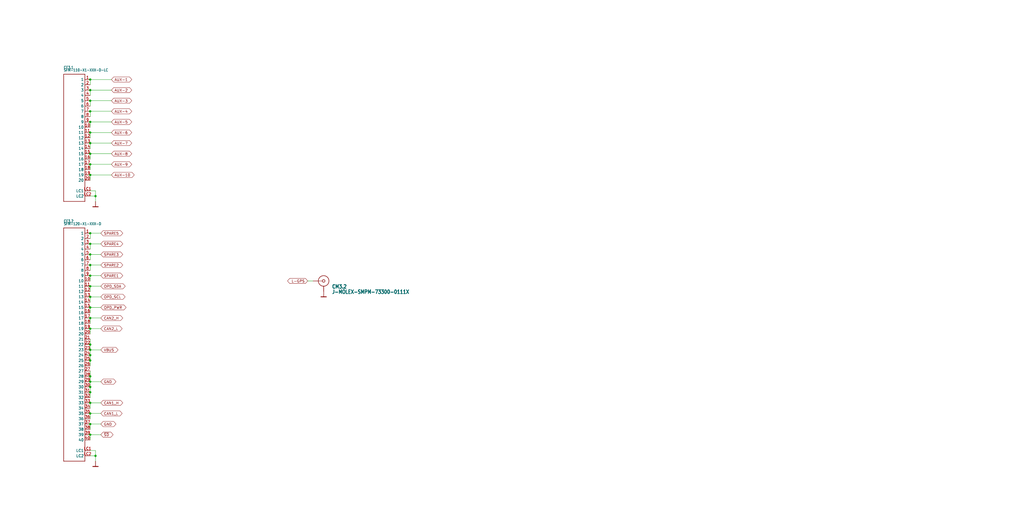
<source format=kicad_sch>
(kicad_sch (version 20211123) (generator eeschema)
  (paper "User" 490.22 254.406)
  (lib_symbols
    (symbol "oresat-backplane-2u-hasp-eagle-import:GND" (power)
      (symbol "GND_1_0"
        (polyline (pts (xy -1.27 -2.54) (xy 1.27 -2.54)) (stroke (width 0.4064)))
        (pin power_in line (at 0 0 270) (length 2.54) (name "GND") (number "1"))
      )
    )
    (symbol "oresat-backplane-2u-hasp-eagle-import:J-MOLEX-SMPM-73300-0111X"
      (property "Reference" "CM" (at 3.81 -3.81 0))
      (property "Value" "J-MOLEX-SMPM-73300-0111X" (at 3.81 -6.35 0))
      (symbol "J-MOLEX-SMPM-73300-0111X_1_0"
        (polyline (pts (xy -2.54 0) (xy -0.635 0)) (stroke (width 0.1524)))
        (circle (center 0 0) (radius 0.635) (stroke (width 0.254)))
        (circle (center 0 0) (radius 2.54) (stroke (width 0.254)))
        (pin passive line (at 0 -5.08 90) (length 2.54) (name "SHIELD1") (number "P$1"))
        (pin passive line (at 0 -5.08 90) (length 2.54) (name "SHIELD1") (number "P$2"))
        (pin passive line (at 0 -5.08 90) (length 2.54) (name "SHIELD1") (number "P$3"))
        (pin passive line (at 0 -5.08 90) (length 2.54) (name "SHIELD1") (number "P$4"))
        (pin passive line (at -5.08 0 0) (length 2.54) (name "RF") (number "RF-DOWN"))
      )
    )
    (symbol "oresat-backplane-2u-hasp-eagle-import:SFM-110-X1-XXX-D-LC"
      (property "Reference" "CF" (at -2.54 33.02 0))
      (property "Value" "SFM-110-X1-XXX-D-LC" (at -2.54 31.75 0))
      (symbol "SFM-110-X1-XXX-D-LC_1_0"
        (polyline (pts (xy -2.54 -30.48) (xy -2.54 30.48)) (stroke (width 0.254)))
        (polyline (pts (xy -2.54 30.48) (xy 7.62 30.48)) (stroke (width 0.254)))
        (polyline (pts (xy 7.62 -30.48) (xy -2.54 -30.48)) (stroke (width 0.254)))
        (polyline (pts (xy 7.62 30.48) (xy 7.62 -30.48)) (stroke (width 0.254)))
        (pin passive line (at 10.16 27.94 180) (length 2.54) (name "1") (number "1"))
        (pin passive line (at 10.16 5.08 180) (length 2.54) (name "10") (number "10"))
        (pin passive line (at 10.16 2.54 180) (length 2.54) (name "11") (number "11"))
        (pin passive line (at 10.16 0 180) (length 2.54) (name "12") (number "12"))
        (pin passive line (at 10.16 -2.54 180) (length 2.54) (name "13") (number "13"))
        (pin passive line (at 10.16 -5.08 180) (length 2.54) (name "14") (number "14"))
        (pin passive line (at 10.16 -7.62 180) (length 2.54) (name "15") (number "15"))
        (pin passive line (at 10.16 -10.16 180) (length 2.54) (name "16") (number "16"))
        (pin passive line (at 10.16 -12.7 180) (length 2.54) (name "17") (number "17"))
        (pin passive line (at 10.16 -15.24 180) (length 2.54) (name "18") (number "18"))
        (pin passive line (at 10.16 -17.78 180) (length 2.54) (name "19") (number "19"))
        (pin passive line (at 10.16 25.4 180) (length 2.54) (name "2") (number "2"))
        (pin passive line (at 10.16 -20.32 180) (length 2.54) (name "20") (number "20"))
        (pin passive line (at 10.16 22.86 180) (length 2.54) (name "3") (number "3"))
        (pin passive line (at 10.16 20.32 180) (length 2.54) (name "4") (number "4"))
        (pin passive line (at 10.16 17.78 180) (length 2.54) (name "5") (number "5"))
        (pin passive line (at 10.16 15.24 180) (length 2.54) (name "6") (number "6"))
        (pin passive line (at 10.16 12.7 180) (length 2.54) (name "7") (number "7"))
        (pin passive line (at 10.16 10.16 180) (length 2.54) (name "8") (number "8"))
        (pin passive line (at 10.16 7.62 180) (length 2.54) (name "9") (number "9"))
        (pin passive line (at 10.16 -25.4 180) (length 2.54) (name "LC1") (number "LC1"))
        (pin passive line (at 10.16 -27.94 180) (length 2.54) (name "LC2") (number "LC2"))
      )
    )
    (symbol "oresat-backplane-2u-hasp-eagle-import:SFM-120-X1-XXX-D"
      (property "Reference" "J" (at -2.54 50.8 0))
      (property "Value" "SFM-120-X1-XXX-D" (at -2.54 49.53 0))
      (symbol "SFM-120-X1-XXX-D_1_0"
        (polyline (pts (xy -2.54 -63.5) (xy -2.54 48.26)) (stroke (width 0.254)))
        (polyline (pts (xy -2.54 48.26) (xy 7.62 48.26)) (stroke (width 0.254)))
        (polyline (pts (xy 7.62 -63.5) (xy -2.54 -63.5)) (stroke (width 0.254)))
        (polyline (pts (xy 7.62 48.26) (xy 7.62 -63.5)) (stroke (width 0.254)))
        (pin passive line (at 10.16 45.72 180) (length 2.54) (name "1") (number "1"))
        (pin passive line (at 10.16 22.86 180) (length 2.54) (name "10") (number "10"))
        (pin passive line (at 10.16 20.32 180) (length 2.54) (name "11") (number "11"))
        (pin passive line (at 10.16 17.78 180) (length 2.54) (name "12") (number "12"))
        (pin passive line (at 10.16 15.24 180) (length 2.54) (name "13") (number "13"))
        (pin passive line (at 10.16 12.7 180) (length 2.54) (name "14") (number "14"))
        (pin passive line (at 10.16 10.16 180) (length 2.54) (name "15") (number "15"))
        (pin passive line (at 10.16 7.62 180) (length 2.54) (name "16") (number "16"))
        (pin passive line (at 10.16 5.08 180) (length 2.54) (name "17") (number "17"))
        (pin passive line (at 10.16 2.54 180) (length 2.54) (name "18") (number "18"))
        (pin passive line (at 10.16 0 180) (length 2.54) (name "19") (number "19"))
        (pin passive line (at 10.16 43.18 180) (length 2.54) (name "2") (number "2"))
        (pin passive line (at 10.16 -2.54 180) (length 2.54) (name "20") (number "20"))
        (pin passive line (at 10.16 -5.08 180) (length 2.54) (name "21") (number "21"))
        (pin passive line (at 10.16 -7.62 180) (length 2.54) (name "22") (number "22"))
        (pin passive line (at 10.16 -10.16 180) (length 2.54) (name "23") (number "23"))
        (pin passive line (at 10.16 -12.7 180) (length 2.54) (name "24") (number "24"))
        (pin passive line (at 10.16 -15.24 180) (length 2.54) (name "25") (number "25"))
        (pin passive line (at 10.16 -17.78 180) (length 2.54) (name "26") (number "26"))
        (pin passive line (at 10.16 -20.32 180) (length 2.54) (name "27") (number "27"))
        (pin passive line (at 10.16 -22.86 180) (length 2.54) (name "28") (number "28"))
        (pin passive line (at 10.16 -25.4 180) (length 2.54) (name "29") (number "29"))
        (pin passive line (at 10.16 40.64 180) (length 2.54) (name "3") (number "3"))
        (pin passive line (at 10.16 -27.94 180) (length 2.54) (name "30") (number "30"))
        (pin passive line (at 10.16 -30.48 180) (length 2.54) (name "31") (number "31"))
        (pin passive line (at 10.16 -33.02 180) (length 2.54) (name "32") (number "32"))
        (pin passive line (at 10.16 -35.56 180) (length 2.54) (name "33") (number "33"))
        (pin passive line (at 10.16 -38.1 180) (length 2.54) (name "34") (number "34"))
        (pin passive line (at 10.16 -40.64 180) (length 2.54) (name "35") (number "35"))
        (pin passive line (at 10.16 -43.18 180) (length 2.54) (name "36") (number "36"))
        (pin passive line (at 10.16 -45.72 180) (length 2.54) (name "37") (number "37"))
        (pin passive line (at 10.16 -48.26 180) (length 2.54) (name "38") (number "38"))
        (pin passive line (at 10.16 -50.8 180) (length 2.54) (name "39") (number "39"))
        (pin passive line (at 10.16 38.1 180) (length 2.54) (name "4") (number "4"))
        (pin passive line (at 10.16 -53.34 180) (length 2.54) (name "40") (number "40"))
        (pin passive line (at 10.16 35.56 180) (length 2.54) (name "5") (number "5"))
        (pin passive line (at 10.16 33.02 180) (length 2.54) (name "6") (number "6"))
        (pin passive line (at 10.16 30.48 180) (length 2.54) (name "7") (number "7"))
        (pin passive line (at 10.16 27.94 180) (length 2.54) (name "8") (number "8"))
        (pin passive line (at 10.16 25.4 180) (length 2.54) (name "9") (number "9"))
        (pin passive line (at 10.16 -58.42 180) (length 2.54) (name "LC1") (number "LC1"))
        (pin passive line (at 10.16 -60.96 180) (length 2.54) (name "LC2") (number "LC2"))
      )
    )
  )
  (junction (at 43.18 111.76))
  (junction (at 43.18 193.04))
  (junction (at 43.18 170.18))
  (junction (at 43.18 203.2))
  (junction (at 43.18 185.42))
  (junction (at 43.18 38.1))
  (junction (at 43.18 48.26))
  (junction (at 43.18 167.64))
  (junction (at 43.18 152.4))
  (junction (at 43.18 182.88))
  (junction (at 43.18 83.82))
  (junction (at 43.18 198.12))
  (junction (at 43.18 180.34))
  (junction (at 43.18 121.92))
  (junction (at 43.18 208.28))
  (junction (at 43.18 147.32))
  (junction (at 43.18 73.66))
  (junction (at 45.72 218.44))
  (junction (at 43.18 43.18))
  (junction (at 43.18 157.48))
  (junction (at 43.18 63.5))
  (junction (at 43.18 137.16))
  (junction (at 43.18 78.74))
  (junction (at 43.18 187.96))
  (junction (at 43.18 165.1))
  (junction (at 43.18 142.24))
  (junction (at 45.72 93.98))
  (junction (at 43.18 172.72))
  (junction (at 43.18 116.84))
  (junction (at 43.18 127))
  (junction (at 43.18 58.42))
  (junction (at 43.18 53.34))
  (junction (at 43.18 68.58))
  (junction (at 43.18 132.08))
  (wire (pts (xy 43.18 38.1) (xy 53.34 38.1)))
  (wire (pts (xy 43.18 127) (xy 43.18 129.54)))
  (wire (pts (xy 43.18 198.12) (xy 43.18 200.66)))
  (wire (pts (xy 43.18 83.82) (xy 43.18 86.36)))
  (wire (pts (xy 43.18 53.34) (xy 43.18 55.88)))
  (wire (pts (xy 43.18 38.1) (xy 43.18 40.64)))
  (wire (pts (xy 43.18 170.18) (xy 43.18 172.72)))
  (wire (pts (xy 43.18 111.76) (xy 48.26 111.76)))
  (wire (pts (xy 43.18 121.92) (xy 43.18 124.46)))
  (wire (pts (xy 43.18 68.58) (xy 53.34 68.58)))
  (wire (pts (xy 43.18 48.26) (xy 53.34 48.26)))
  (wire (pts (xy 48.26 142.24) (xy 43.18 142.24)))
  (wire (pts (xy 43.18 165.1) (xy 43.18 167.64)))
  (wire (pts (xy 43.18 185.42) (xy 43.18 187.96)))
  (wire (pts (xy 43.18 187.96) (xy 43.18 190.5)))
  (wire (pts (xy 43.18 43.18) (xy 43.18 45.72)))
  (wire (pts (xy 43.18 172.72) (xy 43.18 175.26)))
  (wire (pts (xy 43.18 215.9) (xy 45.72 215.9)))
  (wire (pts (xy 43.18 68.58) (xy 43.18 71.12)))
  (wire (pts (xy 43.18 73.66) (xy 53.34 73.66)))
  (wire (pts (xy 43.18 73.66) (xy 43.18 76.2)))
  (wire (pts (xy 43.18 152.4) (xy 43.18 154.94)))
  (wire (pts (xy 45.72 215.9) (xy 45.72 218.44)))
  (wire (pts (xy 43.18 78.74) (xy 53.34 78.74)))
  (wire (pts (xy 43.18 48.26) (xy 43.18 50.8)))
  (wire (pts (xy 149.86 134.62) (xy 147.32 134.62)))
  (wire (pts (xy 48.26 157.48) (xy 43.18 157.48)))
  (wire (pts (xy 43.18 218.44) (xy 45.72 218.44)))
  (wire (pts (xy 43.18 121.92) (xy 48.26 121.92)))
  (wire (pts (xy 43.18 116.84) (xy 43.18 119.38)))
  (wire (pts (xy 43.18 111.76) (xy 43.18 114.3)))
  (wire (pts (xy 48.26 137.16) (xy 43.18 137.16)))
  (wire (pts (xy 43.18 157.48) (xy 43.18 160.02)))
  (wire (pts (xy 48.26 132.08) (xy 43.18 132.08)))
  (wire (pts (xy 48.26 203.2) (xy 43.18 203.2)))
  (wire (pts (xy 43.18 182.88) (xy 43.18 185.42)))
  (wire (pts (xy 48.26 193.04) (xy 43.18 193.04)))
  (wire (pts (xy 43.18 203.2) (xy 43.18 205.74)))
  (wire (pts (xy 48.26 208.28) (xy 43.18 208.28)))
  (wire (pts (xy 48.26 127) (xy 43.18 127)))
  (wire (pts (xy 43.18 58.42) (xy 43.18 60.96)))
  (wire (pts (xy 45.72 218.44) (xy 45.72 220.98)))
  (wire (pts (xy 43.18 193.04) (xy 43.18 195.58)))
  (wire (pts (xy 43.18 162.56) (xy 43.18 165.1)))
  (wire (pts (xy 45.72 93.98) (xy 45.72 91.44)))
  (wire (pts (xy 43.18 208.28) (xy 43.18 210.82)))
  (wire (pts (xy 43.18 180.34) (xy 43.18 182.88)))
  (wire (pts (xy 48.26 182.88) (xy 43.18 182.88)))
  (wire (pts (xy 43.18 58.42) (xy 53.34 58.42)))
  (wire (pts (xy 43.18 132.08) (xy 43.18 134.62)))
  (wire (pts (xy 43.18 83.82) (xy 53.34 83.82)))
  (wire (pts (xy 43.18 78.74) (xy 43.18 81.28)))
  (wire (pts (xy 48.26 198.12) (xy 43.18 198.12)))
  (wire (pts (xy 45.72 96.52) (xy 45.72 93.98)))
  (wire (pts (xy 48.26 147.32) (xy 43.18 147.32)))
  (wire (pts (xy 43.18 147.32) (xy 43.18 149.86)))
  (wire (pts (xy 43.18 139.7) (xy 43.18 137.16)))
  (wire (pts (xy 43.18 152.4) (xy 48.26 152.4)))
  (wire (pts (xy 43.18 167.64) (xy 43.18 170.18)))
  (wire (pts (xy 43.18 53.34) (xy 53.34 53.34)))
  (wire (pts (xy 45.72 93.98) (xy 43.18 93.98)))
  (wire (pts (xy 48.26 167.64) (xy 43.18 167.64)))
  (wire (pts (xy 43.18 142.24) (xy 43.18 144.78)))
  (wire (pts (xy 43.18 177.8) (xy 43.18 180.34)))
  (wire (pts (xy 43.18 63.5) (xy 53.34 63.5)))
  (wire (pts (xy 43.18 116.84) (xy 48.26 116.84)))
  (wire (pts (xy 43.18 63.5) (xy 43.18 66.04)))
  (wire (pts (xy 45.72 91.44) (xy 43.18 91.44)))
  (wire (pts (xy 43.18 43.18) (xy 53.34 43.18)))
  (global_label "AUX-3" (shape bidirectional) (at 53.34 48.26 0) (effects (font (size 1.2446 1.2446))) (property "Intersheet References" "${INTERSHEET_REFS}" (effects hide)))
  (global_label "AUX-1" (shape bidirectional) (at 53.34 38.1 0) (effects (font (size 1.2446 1.2446))) (property "Intersheet References" "${INTERSHEET_REFS}" (effects hide)))
  (global_label "SPARE2" (shape bidirectional) (at 48.26 127 0) (effects (font (size 1.2446 1.2446))) (property "Intersheet References" "${INTERSHEET_REFS}" (effects hide)))
  (global_label "AUX-8" (shape bidirectional) (at 53.34 73.66 0) (effects (font (size 1.2446 1.2446))) (property "Intersheet References" "${INTERSHEET_REFS}" (effects hide)))
  (global_label "AUX-10" (shape bidirectional) (at 53.34 83.82 0) (effects (font (size 1.2446 1.2446))) (property "Intersheet References" "${INTERSHEET_REFS}" (effects hide)))
  (global_label "AUX-4" (shape bidirectional) (at 53.34 53.34 0) (effects (font (size 1.2446 1.2446))) (property "Intersheet References" "${INTERSHEET_REFS}" (effects hide)))
  (global_label "AUX-9" (shape bidirectional) (at 53.34 78.74 0) (effects (font (size 1.2446 1.2446))) (property "Intersheet References" "${INTERSHEET_REFS}" (effects hide)))
  (global_label "CAN2_H" (shape bidirectional) (at 48.26 152.4 0) (effects (font (size 1.2446 1.2446))) (property "Intersheet References" "${INTERSHEET_REFS}" (effects hide)))
  (global_label "GND" (shape bidirectional) (at 48.26 182.88 0) (effects (font (size 1.2446 1.2446))) (property "Intersheet References" "${INTERSHEET_REFS}" (effects hide)))
  (global_label "OPD_SCL" (shape bidirectional) (at 48.26 142.24 0) (effects (font (size 1.2446 1.2446))) (property "Intersheet References" "${INTERSHEET_REFS}" (effects hide)))
  (global_label "CAN1_H" (shape bidirectional) (at 48.26 193.04 0) (effects (font (size 1.2446 1.2446))) (property "Intersheet References" "${INTERSHEET_REFS}" (effects hide)))
  (global_label "SPARE4" (shape bidirectional) (at 48.26 116.84 0) (effects (font (size 1.2446 1.2446))) (property "Intersheet References" "${INTERSHEET_REFS}" (effects hide)))
  (global_label "CAN2_L" (shape bidirectional) (at 48.26 157.48 0) (effects (font (size 1.2446 1.2446))) (property "Intersheet References" "${INTERSHEET_REFS}" (effects hide)))
  (global_label "AUX-6" (shape bidirectional) (at 53.34 63.5 0) (effects (font (size 1.2446 1.2446))) (property "Intersheet References" "${INTERSHEET_REFS}" (effects hide)))
  (global_label "L-GPS" (shape bidirectional) (at 147.32 134.62 180) (effects (font (size 1.2446 1.2446))) (property "Intersheet References" "${INTERSHEET_REFS}" (effects hide)))
  (global_label "SPARE5" (shape bidirectional) (at 48.26 111.76 0) (effects (font (size 1.2446 1.2446))) (property "Intersheet References" "${INTERSHEET_REFS}" (effects hide)))
  (global_label "SPARE1" (shape bidirectional) (at 48.26 132.08 0) (effects (font (size 1.2446 1.2446))) (property "Intersheet References" "${INTERSHEET_REFS}" (effects hide)))
  (global_label "VBUS" (shape bidirectional) (at 48.26 167.64 0) (effects (font (size 1.2446 1.2446))) (property "Intersheet References" "${INTERSHEET_REFS}" (effects hide)))
  (global_label "CAN1_L" (shape bidirectional) (at 48.26 198.12 0) (effects (font (size 1.2446 1.2446))) (property "Intersheet References" "${INTERSHEET_REFS}" (effects hide)))
  (global_label "AUX-2" (shape bidirectional) (at 53.34 43.18 0) (effects (font (size 1.2446 1.2446))) (property "Intersheet References" "${INTERSHEET_REFS}" (effects hide)))
  (global_label "OPD_SDA" (shape bidirectional) (at 48.26 137.16 0) (effects (font (size 1.2446 1.2446))) (property "Intersheet References" "${INTERSHEET_REFS}" (effects hide)))
  (global_label "SPARE3" (shape bidirectional) (at 48.26 121.92 0) (effects (font (size 1.2446 1.2446))) (property "Intersheet References" "${INTERSHEET_REFS}" (effects hide)))
  (global_label "AUX-7" (shape bidirectional) (at 53.34 68.58 0) (effects (font (size 1.2446 1.2446))) (property "Intersheet References" "${INTERSHEET_REFS}" (effects hide)))
  (global_label "~{SD}" (shape bidirectional) (at 48.26 208.28 0) (effects (font (size 1.2446 1.2446))) (property "Intersheet References" "${INTERSHEET_REFS}" (effects hide)))
  (global_label "AUX-5" (shape bidirectional) (at 53.34 58.42 0) (effects (font (size 1.2446 1.2446))) (property "Intersheet References" "${INTERSHEET_REFS}" (effects hide)))
  (global_label "GND" (shape bidirectional) (at 48.26 203.2 0) (effects (font (size 1.2446 1.2446))) (property "Intersheet References" "${INTERSHEET_REFS}" (effects hide)))
  (global_label "OPD_PWR" (shape bidirectional) (at 48.26 147.32 0) (effects (font (size 1.2446 1.2446))) (property "Intersheet References" "${INTERSHEET_REFS}" (effects hide)))
  (symbol (lib_id "oresat-backplane-2u-hasp-eagle-import:GND") (at 45.72 220.98 0) (unit 1)
    (property "Reference" "#GND103" (effects hide))
    (property "Value" "GND" (effects hide))
    (property "Footprint" "oresat-backplane-2u-hasp:" (effects hide))
  )
  (symbol (lib_id "oresat-backplane-2u-hasp-eagle-import:SFM-120-X1-XXX-D") (at 33.02 157.48 0) (unit 1)
    (property "Reference" "CF3.2" (at 30.48 106.68 0) (effects (font (size 1.27 1.0795)) (justify left bottom)))
    (property "Value" "SFM-120-X1-XXX-D" (at 30.48 107.95 0) (effects (font (size 1.27 1.0795)) (justify left bottom)))
    (property "Footprint" "oresat-backplane-2u-hasp:SFM-120-X1-XXX-D" (effects hide))
  )
  (symbol (lib_id "oresat-backplane-2u-hasp-eagle-import:J-MOLEX-SMPM-73300-0111X") (at 154.94 134.62 0) (unit 1)
    (property "Reference" "CM3.2" (at 158.75 138.43 0) (effects (font (size 1.778 1.5113) bold) (justify left bottom)))
    (property "Value" "J-MOLEX-SMPM-73300-0111X" (at 158.75 140.97 0) (effects (font (size 1.778 1.5113) bold) (justify left bottom)))
    (property "Footprint" "oresat-backplane-2u-hasp:J-MOLEX-SMPM-73300-0111X" (effects hide))
  )
  (symbol (lib_id "oresat-backplane-2u-hasp-eagle-import:GND") (at 154.94 139.7 0) (unit 1)
    (property "Reference" "#GND10" (effects hide))
    (property "Value" "GND" (effects hide))
    (property "Footprint" "oresat-backplane-2u-hasp:" (effects hide))
  )
  (symbol (lib_id "oresat-backplane-2u-hasp-eagle-import:GND") (at 45.72 96.52 0) (unit 1)
    (property "Reference" "#GND107" (effects hide))
    (property "Value" "GND" (effects hide))
    (property "Footprint" "oresat-backplane-2u-hasp:" (effects hide))
  )
  (symbol (lib_id "oresat-backplane-2u-hasp-eagle-import:SFM-110-X1-XXX-D-LC") (at 33.02 66.04 0) (unit 1)
    (property "Reference" "CF3.1" (at 30.48 33.02 0) (effects (font (size 1.27 1.0795)) (justify left bottom)))
    (property "Value" "SFM-110-X1-XXX-D-LC" (at 30.48 34.29 0) (effects (font (size 1.27 1.0795)) (justify left bottom)))
    (property "Footprint" "oresat-backplane-2u-hasp:SFM-110-X1-XXX-D-LC" (effects hide))
  )
)
</source>
